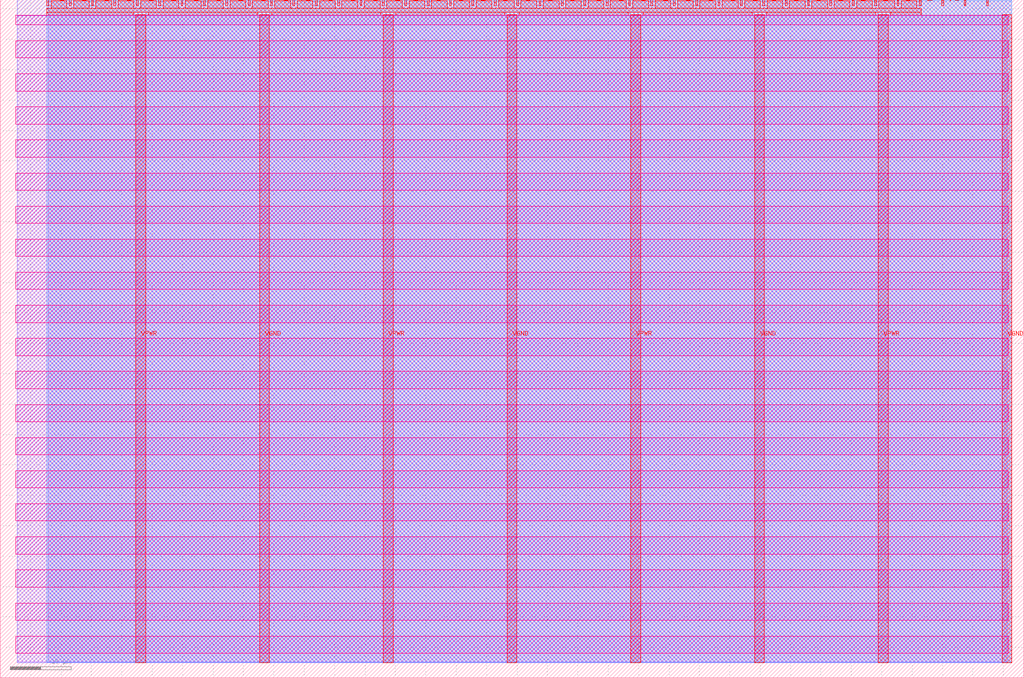
<source format=lef>
VERSION 5.7 ;
  NOWIREEXTENSIONATPIN ON ;
  DIVIDERCHAR "/" ;
  BUSBITCHARS "[]" ;
MACRO tt_um_wokwi_374967675785369601
  CLASS BLOCK ;
  FOREIGN tt_um_wokwi_374967675785369601 ;
  ORIGIN 0.000 0.000 ;
  SIZE 168.360 BY 111.520 ;
  PIN VGND
    DIRECTION INOUT ;
    USE GROUND ;
    PORT
      LAYER met4 ;
        RECT 42.670 2.480 44.270 109.040 ;
    END
    PORT
      LAYER met4 ;
        RECT 83.380 2.480 84.980 109.040 ;
    END
    PORT
      LAYER met4 ;
        RECT 124.090 2.480 125.690 109.040 ;
    END
    PORT
      LAYER met4 ;
        RECT 164.800 2.480 166.400 109.040 ;
    END
  END VGND
  PIN VPWR
    DIRECTION INOUT ;
    USE POWER ;
    PORT
      LAYER met4 ;
        RECT 22.315 2.480 23.915 109.040 ;
    END
    PORT
      LAYER met4 ;
        RECT 63.025 2.480 64.625 109.040 ;
    END
    PORT
      LAYER met4 ;
        RECT 103.735 2.480 105.335 109.040 ;
    END
    PORT
      LAYER met4 ;
        RECT 144.445 2.480 146.045 109.040 ;
    END
  END VPWR
  PIN clk
    DIRECTION INPUT ;
    USE SIGNAL ;
    PORT
      LAYER met4 ;
        RECT 158.550 110.520 158.850 111.520 ;
    END
  END clk
  PIN ena
    DIRECTION INPUT ;
    USE SIGNAL ;
    PORT
      LAYER met4 ;
        RECT 162.230 110.520 162.530 111.520 ;
    END
  END ena
  PIN rst_n
    DIRECTION INPUT ;
    USE SIGNAL ;
    PORT
      LAYER met4 ;
        RECT 154.870 110.520 155.170 111.520 ;
    END
  END rst_n
  PIN ui_in[0]
    DIRECTION INPUT ;
    USE SIGNAL ;
    ANTENNAGATEAREA 0.196500 ;
    PORT
      LAYER met4 ;
        RECT 151.190 110.520 151.490 111.520 ;
    END
  END ui_in[0]
  PIN ui_in[1]
    DIRECTION INPUT ;
    USE SIGNAL ;
    ANTENNAGATEAREA 0.196500 ;
    PORT
      LAYER met4 ;
        RECT 147.510 110.520 147.810 111.520 ;
    END
  END ui_in[1]
  PIN ui_in[2]
    DIRECTION INPUT ;
    USE SIGNAL ;
    ANTENNAGATEAREA 0.196500 ;
    PORT
      LAYER met4 ;
        RECT 143.830 110.520 144.130 111.520 ;
    END
  END ui_in[2]
  PIN ui_in[3]
    DIRECTION INPUT ;
    USE SIGNAL ;
    ANTENNAGATEAREA 0.196500 ;
    PORT
      LAYER met4 ;
        RECT 140.150 110.520 140.450 111.520 ;
    END
  END ui_in[3]
  PIN ui_in[4]
    DIRECTION INPUT ;
    USE SIGNAL ;
    ANTENNAGATEAREA 0.196500 ;
    PORT
      LAYER met4 ;
        RECT 136.470 110.520 136.770 111.520 ;
    END
  END ui_in[4]
  PIN ui_in[5]
    DIRECTION INPUT ;
    USE SIGNAL ;
    ANTENNAGATEAREA 0.196500 ;
    PORT
      LAYER met4 ;
        RECT 132.790 110.520 133.090 111.520 ;
    END
  END ui_in[5]
  PIN ui_in[6]
    DIRECTION INPUT ;
    USE SIGNAL ;
    ANTENNAGATEAREA 0.196500 ;
    PORT
      LAYER met4 ;
        RECT 129.110 110.520 129.410 111.520 ;
    END
  END ui_in[6]
  PIN ui_in[7]
    DIRECTION INPUT ;
    USE SIGNAL ;
    ANTENNAGATEAREA 0.196500 ;
    PORT
      LAYER met4 ;
        RECT 125.430 110.520 125.730 111.520 ;
    END
  END ui_in[7]
  PIN uio_in[0]
    DIRECTION INPUT ;
    USE SIGNAL ;
    PORT
      LAYER met4 ;
        RECT 121.750 110.520 122.050 111.520 ;
    END
  END uio_in[0]
  PIN uio_in[1]
    DIRECTION INPUT ;
    USE SIGNAL ;
    PORT
      LAYER met4 ;
        RECT 118.070 110.520 118.370 111.520 ;
    END
  END uio_in[1]
  PIN uio_in[2]
    DIRECTION INPUT ;
    USE SIGNAL ;
    PORT
      LAYER met4 ;
        RECT 114.390 110.520 114.690 111.520 ;
    END
  END uio_in[2]
  PIN uio_in[3]
    DIRECTION INPUT ;
    USE SIGNAL ;
    PORT
      LAYER met4 ;
        RECT 110.710 110.520 111.010 111.520 ;
    END
  END uio_in[3]
  PIN uio_in[4]
    DIRECTION INPUT ;
    USE SIGNAL ;
    PORT
      LAYER met4 ;
        RECT 107.030 110.520 107.330 111.520 ;
    END
  END uio_in[4]
  PIN uio_in[5]
    DIRECTION INPUT ;
    USE SIGNAL ;
    PORT
      LAYER met4 ;
        RECT 103.350 110.520 103.650 111.520 ;
    END
  END uio_in[5]
  PIN uio_in[6]
    DIRECTION INPUT ;
    USE SIGNAL ;
    PORT
      LAYER met4 ;
        RECT 99.670 110.520 99.970 111.520 ;
    END
  END uio_in[6]
  PIN uio_in[7]
    DIRECTION INPUT ;
    USE SIGNAL ;
    PORT
      LAYER met4 ;
        RECT 95.990 110.520 96.290 111.520 ;
    END
  END uio_in[7]
  PIN uio_oe[0]
    DIRECTION OUTPUT TRISTATE ;
    USE SIGNAL ;
    PORT
      LAYER met4 ;
        RECT 33.430 110.520 33.730 111.520 ;
    END
  END uio_oe[0]
  PIN uio_oe[1]
    DIRECTION OUTPUT TRISTATE ;
    USE SIGNAL ;
    PORT
      LAYER met4 ;
        RECT 29.750 110.520 30.050 111.520 ;
    END
  END uio_oe[1]
  PIN uio_oe[2]
    DIRECTION OUTPUT TRISTATE ;
    USE SIGNAL ;
    PORT
      LAYER met4 ;
        RECT 26.070 110.520 26.370 111.520 ;
    END
  END uio_oe[2]
  PIN uio_oe[3]
    DIRECTION OUTPUT TRISTATE ;
    USE SIGNAL ;
    PORT
      LAYER met4 ;
        RECT 22.390 110.520 22.690 111.520 ;
    END
  END uio_oe[3]
  PIN uio_oe[4]
    DIRECTION OUTPUT TRISTATE ;
    USE SIGNAL ;
    PORT
      LAYER met4 ;
        RECT 18.710 110.520 19.010 111.520 ;
    END
  END uio_oe[4]
  PIN uio_oe[5]
    DIRECTION OUTPUT TRISTATE ;
    USE SIGNAL ;
    PORT
      LAYER met4 ;
        RECT 15.030 110.520 15.330 111.520 ;
    END
  END uio_oe[5]
  PIN uio_oe[6]
    DIRECTION OUTPUT TRISTATE ;
    USE SIGNAL ;
    PORT
      LAYER met4 ;
        RECT 11.350 110.520 11.650 111.520 ;
    END
  END uio_oe[6]
  PIN uio_oe[7]
    DIRECTION OUTPUT TRISTATE ;
    USE SIGNAL ;
    PORT
      LAYER met4 ;
        RECT 7.670 110.520 7.970 111.520 ;
    END
  END uio_oe[7]
  PIN uio_out[0]
    DIRECTION OUTPUT TRISTATE ;
    USE SIGNAL ;
    PORT
      LAYER met4 ;
        RECT 62.870 110.520 63.170 111.520 ;
    END
  END uio_out[0]
  PIN uio_out[1]
    DIRECTION OUTPUT TRISTATE ;
    USE SIGNAL ;
    PORT
      LAYER met4 ;
        RECT 59.190 110.520 59.490 111.520 ;
    END
  END uio_out[1]
  PIN uio_out[2]
    DIRECTION OUTPUT TRISTATE ;
    USE SIGNAL ;
    PORT
      LAYER met4 ;
        RECT 55.510 110.520 55.810 111.520 ;
    END
  END uio_out[2]
  PIN uio_out[3]
    DIRECTION OUTPUT TRISTATE ;
    USE SIGNAL ;
    PORT
      LAYER met4 ;
        RECT 51.830 110.520 52.130 111.520 ;
    END
  END uio_out[3]
  PIN uio_out[4]
    DIRECTION OUTPUT TRISTATE ;
    USE SIGNAL ;
    PORT
      LAYER met4 ;
        RECT 48.150 110.520 48.450 111.520 ;
    END
  END uio_out[4]
  PIN uio_out[5]
    DIRECTION OUTPUT TRISTATE ;
    USE SIGNAL ;
    PORT
      LAYER met4 ;
        RECT 44.470 110.520 44.770 111.520 ;
    END
  END uio_out[5]
  PIN uio_out[6]
    DIRECTION OUTPUT TRISTATE ;
    USE SIGNAL ;
    PORT
      LAYER met4 ;
        RECT 40.790 110.520 41.090 111.520 ;
    END
  END uio_out[6]
  PIN uio_out[7]
    DIRECTION OUTPUT TRISTATE ;
    USE SIGNAL ;
    PORT
      LAYER met4 ;
        RECT 37.110 110.520 37.410 111.520 ;
    END
  END uio_out[7]
  PIN uo_out[0]
    DIRECTION OUTPUT TRISTATE ;
    USE SIGNAL ;
    ANTENNADIFFAREA 0.445500 ;
    PORT
      LAYER met4 ;
        RECT 92.310 110.520 92.610 111.520 ;
    END
  END uo_out[0]
  PIN uo_out[1]
    DIRECTION OUTPUT TRISTATE ;
    USE SIGNAL ;
    ANTENNADIFFAREA 0.795200 ;
    PORT
      LAYER met4 ;
        RECT 88.630 110.520 88.930 111.520 ;
    END
  END uo_out[1]
  PIN uo_out[2]
    DIRECTION OUTPUT TRISTATE ;
    USE SIGNAL ;
    ANTENNADIFFAREA 0.445500 ;
    PORT
      LAYER met4 ;
        RECT 84.950 110.520 85.250 111.520 ;
    END
  END uo_out[2]
  PIN uo_out[3]
    DIRECTION OUTPUT TRISTATE ;
    USE SIGNAL ;
    ANTENNADIFFAREA 0.795200 ;
    PORT
      LAYER met4 ;
        RECT 81.270 110.520 81.570 111.520 ;
    END
  END uo_out[3]
  PIN uo_out[4]
    DIRECTION OUTPUT TRISTATE ;
    USE SIGNAL ;
    ANTENNADIFFAREA 0.795200 ;
    PORT
      LAYER met4 ;
        RECT 77.590 110.520 77.890 111.520 ;
    END
  END uo_out[4]
  PIN uo_out[5]
    DIRECTION OUTPUT TRISTATE ;
    USE SIGNAL ;
    PORT
      LAYER met4 ;
        RECT 73.910 110.520 74.210 111.520 ;
    END
  END uo_out[5]
  PIN uo_out[6]
    DIRECTION OUTPUT TRISTATE ;
    USE SIGNAL ;
    PORT
      LAYER met4 ;
        RECT 70.230 110.520 70.530 111.520 ;
    END
  END uo_out[6]
  PIN uo_out[7]
    DIRECTION OUTPUT TRISTATE ;
    USE SIGNAL ;
    PORT
      LAYER met4 ;
        RECT 66.550 110.520 66.850 111.520 ;
    END
  END uo_out[7]
  OBS
      LAYER nwell ;
        RECT 2.570 107.385 165.790 108.990 ;
        RECT 2.570 101.945 165.790 104.775 ;
        RECT 2.570 96.505 165.790 99.335 ;
        RECT 2.570 91.065 165.790 93.895 ;
        RECT 2.570 85.625 165.790 88.455 ;
        RECT 2.570 80.185 165.790 83.015 ;
        RECT 2.570 74.745 165.790 77.575 ;
        RECT 2.570 69.305 165.790 72.135 ;
        RECT 2.570 63.865 165.790 66.695 ;
        RECT 2.570 58.425 165.790 61.255 ;
        RECT 2.570 52.985 165.790 55.815 ;
        RECT 2.570 47.545 165.790 50.375 ;
        RECT 2.570 42.105 165.790 44.935 ;
        RECT 2.570 36.665 165.790 39.495 ;
        RECT 2.570 31.225 165.790 34.055 ;
        RECT 2.570 25.785 165.790 28.615 ;
        RECT 2.570 20.345 165.790 23.175 ;
        RECT 2.570 14.905 165.790 17.735 ;
        RECT 2.570 9.465 165.790 12.295 ;
        RECT 2.570 4.025 165.790 6.855 ;
      LAYER li1 ;
        RECT 2.760 2.635 165.600 108.885 ;
      LAYER met1 ;
        RECT 2.760 2.480 166.400 111.480 ;
      LAYER met2 ;
        RECT 7.910 2.535 166.370 111.510 ;
      LAYER met3 ;
        RECT 7.630 2.555 166.390 111.345 ;
      LAYER met4 ;
        RECT 8.370 110.120 10.950 111.345 ;
        RECT 12.050 110.120 14.630 111.345 ;
        RECT 15.730 110.120 18.310 111.345 ;
        RECT 19.410 110.120 21.990 111.345 ;
        RECT 23.090 110.120 25.670 111.345 ;
        RECT 26.770 110.120 29.350 111.345 ;
        RECT 30.450 110.120 33.030 111.345 ;
        RECT 34.130 110.120 36.710 111.345 ;
        RECT 37.810 110.120 40.390 111.345 ;
        RECT 41.490 110.120 44.070 111.345 ;
        RECT 45.170 110.120 47.750 111.345 ;
        RECT 48.850 110.120 51.430 111.345 ;
        RECT 52.530 110.120 55.110 111.345 ;
        RECT 56.210 110.120 58.790 111.345 ;
        RECT 59.890 110.120 62.470 111.345 ;
        RECT 63.570 110.120 66.150 111.345 ;
        RECT 67.250 110.120 69.830 111.345 ;
        RECT 70.930 110.120 73.510 111.345 ;
        RECT 74.610 110.120 77.190 111.345 ;
        RECT 78.290 110.120 80.870 111.345 ;
        RECT 81.970 110.120 84.550 111.345 ;
        RECT 85.650 110.120 88.230 111.345 ;
        RECT 89.330 110.120 91.910 111.345 ;
        RECT 93.010 110.120 95.590 111.345 ;
        RECT 96.690 110.120 99.270 111.345 ;
        RECT 100.370 110.120 102.950 111.345 ;
        RECT 104.050 110.120 106.630 111.345 ;
        RECT 107.730 110.120 110.310 111.345 ;
        RECT 111.410 110.120 113.990 111.345 ;
        RECT 115.090 110.120 117.670 111.345 ;
        RECT 118.770 110.120 121.350 111.345 ;
        RECT 122.450 110.120 125.030 111.345 ;
        RECT 126.130 110.120 128.710 111.345 ;
        RECT 129.810 110.120 132.390 111.345 ;
        RECT 133.490 110.120 136.070 111.345 ;
        RECT 137.170 110.120 139.750 111.345 ;
        RECT 140.850 110.120 143.430 111.345 ;
        RECT 144.530 110.120 147.110 111.345 ;
        RECT 148.210 110.120 150.790 111.345 ;
        RECT 7.655 109.440 151.505 110.120 ;
        RECT 7.655 108.975 21.915 109.440 ;
        RECT 24.315 108.975 42.270 109.440 ;
        RECT 44.670 108.975 62.625 109.440 ;
        RECT 65.025 108.975 82.980 109.440 ;
        RECT 85.380 108.975 103.335 109.440 ;
        RECT 105.735 108.975 123.690 109.440 ;
        RECT 126.090 108.975 144.045 109.440 ;
        RECT 146.445 108.975 151.505 109.440 ;
  END
END tt_um_wokwi_374967675785369601
END LIBRARY


</source>
